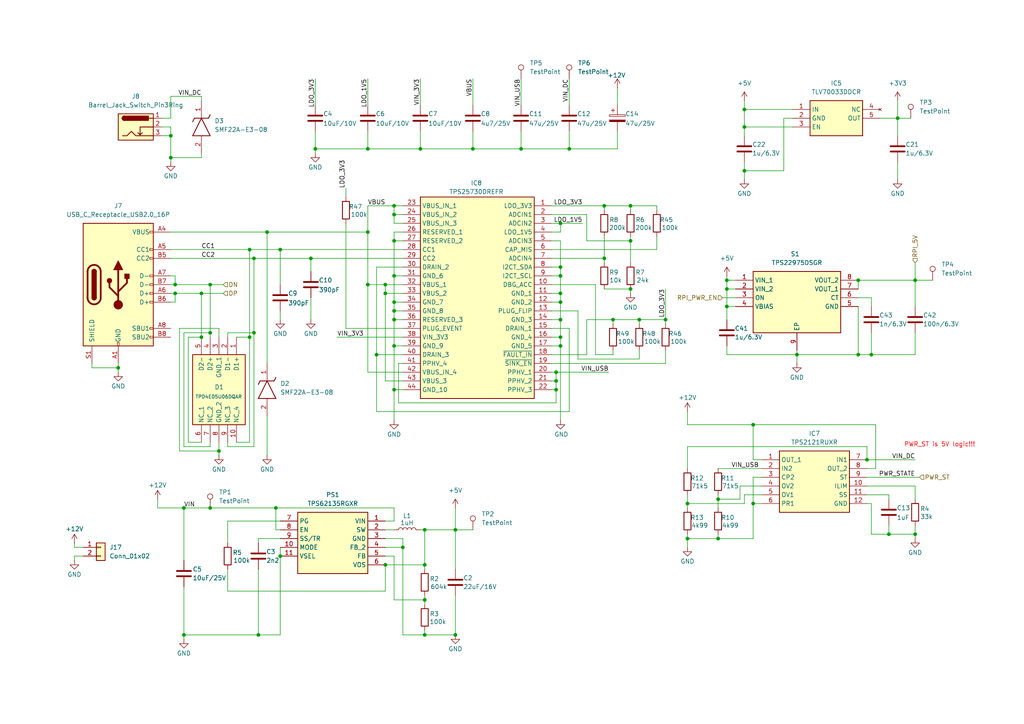
<source format=kicad_sch>
(kicad_sch (version 20250114) (generator "eeschema") (generator_version "9.0")
  (paper "A4")
  (text "PWR_ST is 5V logic!!!" (at 272.542 129.032 0) (effects (font (size 1.27 1.27))))
  (junction (at 162.56 92.71))
  (junction (at 114.3 87.63))
  (junction (at 162.56 87.63))
  (junction (at 50.8 85.09))
  (junction (at 114.3 90.17))
  (junction (at 111.76 85.09))
  (junction (at 162.56 77.47))
  (junction (at 265.43 81.28))
  (junction (at 114.3 92.71))
  (junction (at 60.96 82.55))
  (junction (at 60.96 96.52))
  (junction (at 260.35 34.29))
  (junction (at 251.46 133.35))
  (junction (at 161.29 110.49))
  (junction (at 208.28 144.78))
  (junction (at 111.76 82.55))
  (junction (at 175.26 74.93))
  (junction (at 161.29 113.03))
  (junction (at 248.92 102.87))
  (junction (at 58.42 97.79))
  (junction (at 114.3 113.03))
  (junction (at 257.81 154.94))
  (junction (at 74.93 184.15))
  (junction (at 218.44 123.19))
  (junction (at 199.39 146.05))
  (junction (at 182.88 83.82))
  (junction (at 106.68 82.55))
  (junction (at 114.3 62.23))
  (junction (at 114.3 100.33))
  (junction (at 114.3 59.69))
  (junction (at 162.56 85.09))
  (junction (at 231.14 102.87))
  (junction (at 114.3 69.85))
  (junction (at 182.88 69.85))
  (junction (at 137.16 43.18))
  (junction (at 114.3 80.01))
  (junction (at 215.9 36.83))
  (junction (at 210.82 88.9))
  (junction (at 50.8 82.55))
  (junction (at 218.44 146.05))
  (junction (at 49.53 39.37))
  (junction (at 162.56 97.79))
  (junction (at 162.56 64.77))
  (junction (at 185.42 92.71))
  (junction (at 116.84 158.75))
  (junction (at 60.96 147.32))
  (junction (at 208.28 156.21))
  (junction (at 215.9 31.75))
  (junction (at 210.82 83.82))
  (junction (at 215.9 49.53))
  (junction (at 90.17 74.93))
  (junction (at 132.08 153.67))
  (junction (at 72.39 97.79))
  (junction (at 72.39 72.39))
  (junction (at 248.92 81.28))
  (junction (at 161.29 107.95))
  (junction (at 123.19 184.15))
  (junction (at 177.8 92.71))
  (junction (at 121.92 43.18))
  (junction (at 123.19 163.83))
  (junction (at 106.68 67.31))
  (junction (at 53.34 147.32))
  (junction (at 162.56 100.33))
  (junction (at 162.56 80.01))
  (junction (at 193.04 92.71))
  (junction (at 182.88 59.69))
  (junction (at 111.76 163.83))
  (junction (at 252.73 102.87))
  (junction (at 73.66 74.93))
  (junction (at 165.1 43.18))
  (junction (at 63.5 130.81))
  (junction (at 151.13 43.18))
  (junction (at 81.28 72.39))
  (junction (at 80.01 147.32))
  (junction (at 34.29 106.68))
  (junction (at 91.44 43.18))
  (junction (at 58.42 85.09))
  (junction (at 49.53 45.72))
  (junction (at 123.19 173.99))
  (junction (at 210.82 81.28))
  (junction (at 199.39 156.21))
  (junction (at 265.43 154.94))
  (junction (at 106.68 43.18))
  (junction (at 77.47 67.31))
  (junction (at 81.28 161.29))
  (junction (at 175.26 59.69))
  (junction (at 53.34 184.15))
  (junction (at 109.22 102.87))
  (junction (at 73.66 96.52))
  (junction (at 123.19 153.67))
  (junction (at 132.08 184.15))
  (wire (pts (xy 116.84 80.01) (xy 114.3 80.01)))
  (wire (pts (xy 116.84 105.41) (xy 115.57 105.41)))
  (wire (pts (xy 254 123.19) (xy 254 135.89)))
  (wire (pts (xy 66.04 151.13) (xy 66.04 157.48)))
  (wire (pts (xy 170.18 69.85) (xy 182.88 69.85)))
  (wire (pts (xy 215.9 29.21) (xy 215.9 31.75)))
  (wire (pts (xy 199.39 156.21) (xy 199.39 154.94)))
  (wire (pts (xy 73.66 96.52) (xy 66.04 96.52)))
  (wire (pts (xy 80.01 147.32) (xy 114.3 147.32)))
  (wire (pts (xy 210.82 100.33) (xy 210.82 102.87)))
  (wire (pts (xy 175.26 83.82) (xy 182.88 83.82)))
  (wire (pts (xy 265.43 152.4) (xy 265.43 154.94)))
  (wire (pts (xy 77.47 67.31) (xy 77.47 105.41)))
  (wire (pts (xy 182.88 69.85) (xy 182.88 76.2)))
  (wire (pts (xy 46.99 36.83) (xy 49.53 36.83)))
  (wire (pts (xy 91.44 38.1) (xy 91.44 43.18)))
  (wire (pts (xy 170.18 62.23) (xy 160.02 62.23)))
  (wire (pts (xy 50.8 82.55) (xy 60.96 82.55)))
  (wire (pts (xy 179.07 38.1) (xy 179.07 43.18)))
  (wire (pts (xy 231.14 102.87) (xy 231.14 105.41)))
  (wire (pts (xy 21.59 162.56) (xy 21.59 161.29)))
  (wire (pts (xy 116.84 158.75) (xy 116.84 184.15)))
  (wire (pts (xy 26.67 105.41) (xy 26.67 106.68)))
  (wire (pts (xy 162.56 77.47) (xy 162.56 80.01)))
  (wire (pts (xy 121.92 22.86) (xy 121.92 30.48)))
  (wire (pts (xy 49.53 45.72) (xy 58.42 45.72)))
  (wire (pts (xy 175.26 59.69) (xy 182.88 59.69)))
  (wire (pts (xy 210.82 102.87) (xy 231.14 102.87)))
  (wire (pts (xy 177.8 102.87) (xy 172.72 102.87)))
  (wire (pts (xy 260.35 34.29) (xy 264.16 34.29)))
  (wire (pts (xy 190.5 60.96) (xy 190.5 59.69)))
  (wire (pts (xy 49.53 74.93) (xy 73.66 74.93)))
  (wire (pts (xy 72.39 128.27) (xy 72.39 97.79)))
  (wire (pts (xy 260.35 34.29) (xy 260.35 39.37)))
  (wire (pts (xy 179.07 25.4) (xy 179.07 30.48)))
  (wire (pts (xy 106.68 107.95) (xy 116.84 107.95)))
  (wire (pts (xy 162.56 97.79) (xy 162.56 100.33)))
  (wire (pts (xy 132.08 153.67) (xy 137.16 153.67)))
  (wire (pts (xy 114.3 87.63) (xy 114.3 90.17)))
  (wire (pts (xy 111.76 171.45) (xy 66.04 171.45)))
  (wire (pts (xy 265.43 140.97) (xy 265.43 144.78)))
  (wire (pts (xy 111.76 110.49) (xy 116.84 110.49)))
  (wire (pts (xy 177.8 101.6) (xy 177.8 102.87)))
  (wire (pts (xy 116.84 67.31) (xy 114.3 67.31)))
  (wire (pts (xy 123.19 184.15) (xy 123.19 182.88)))
  (wire (pts (xy 106.68 59.69) (xy 106.68 67.31)))
  (wire (pts (xy 215.9 31.75) (xy 229.87 31.75)))
  (wire (pts (xy 45.72 147.32) (xy 53.34 147.32)))
  (wire (pts (xy 215.9 49.53) (xy 227.33 49.53)))
  (wire (pts (xy 175.26 74.93) (xy 175.26 76.2)))
  (wire (pts (xy 162.56 69.85) (xy 160.02 69.85)))
  (wire (pts (xy 49.53 72.39) (xy 72.39 72.39)))
  (wire (pts (xy 116.84 113.03) (xy 114.3 113.03)))
  (wire (pts (xy 111.76 158.75) (xy 116.84 158.75)))
  (wire (pts (xy 21.59 157.48) (xy 21.59 158.75)))
  (wire (pts (xy 109.22 119.38) (xy 165.1 119.38)))
  (wire (pts (xy 167.64 90.17) (xy 167.64 104.14)))
  (wire (pts (xy 114.3 113.03) (xy 114.3 121.92)))
  (wire (pts (xy 214.63 144.78) (xy 214.63 140.97)))
  (wire (pts (xy 248.92 102.87) (xy 248.92 88.9)))
  (wire (pts (xy 160.02 113.03) (xy 161.29 113.03)))
  (wire (pts (xy 162.56 97.79) (xy 160.02 97.79)))
  (wire (pts (xy 81.28 151.13) (xy 66.04 151.13)))
  (wire (pts (xy 45.72 144.78) (xy 45.72 147.32)))
  (wire (pts (xy 208.28 144.78) (xy 208.28 147.32)))
  (wire (pts (xy 208.28 135.89) (xy 220.98 135.89)))
  (wire (pts (xy 218.44 133.35) (xy 218.44 123.19)))
  (wire (pts (xy 137.16 43.18) (xy 151.13 43.18)))
  (wire (pts (xy 162.56 64.77) (xy 162.56 67.31)))
  (wire (pts (xy 115.57 116.84) (xy 161.29 116.84)))
  (wire (pts (xy 248.92 83.82) (xy 248.92 81.28)))
  (wire (pts (xy 162.56 80.01) (xy 160.02 80.01)))
  (wire (pts (xy 73.66 74.93) (xy 90.17 74.93)))
  (wire (pts (xy 257.81 152.4) (xy 257.81 154.94)))
  (wire (pts (xy 132.08 172.72) (xy 132.08 184.15)))
  (wire (pts (xy 190.5 72.39) (xy 190.5 68.58)))
  (wire (pts (xy 170.18 69.85) (xy 170.18 62.23)))
  (wire (pts (xy 162.56 80.01) (xy 162.56 85.09)))
  (wire (pts (xy 179.07 43.18) (xy 165.1 43.18)))
  (wire (pts (xy 199.39 146.05) (xy 215.9 146.05)))
  (wire (pts (xy 114.3 173.99) (xy 114.3 161.29)))
  (wire (pts (xy 106.68 43.18) (xy 106.68 38.1)))
  (wire (pts (xy 165.1 22.86) (xy 165.1 30.48)))
  (wire (pts (xy 114.3 147.32) (xy 114.3 151.13)))
  (wire (pts (xy 81.28 153.67) (xy 80.01 153.67)))
  (wire (pts (xy 251.46 146.05) (xy 252.73 146.05)))
  (wire (pts (xy 132.08 153.67) (xy 132.08 165.1)))
  (wire (pts (xy 49.53 85.09) (xy 50.8 85.09)))
  (wire (pts (xy 63.5 128.27) (xy 63.5 130.81)))
  (wire (pts (xy 265.43 102.87) (xy 265.43 96.52)))
  (wire (pts (xy 251.46 140.97) (xy 265.43 140.97)))
  (wire (pts (xy 52.07 130.81) (xy 63.5 130.81)))
  (wire (pts (xy 109.22 77.47) (xy 116.84 77.47)))
  (wire (pts (xy 121.92 153.67) (xy 123.19 153.67)))
  (wire (pts (xy 106.68 82.55) (xy 111.76 82.55)))
  (wire (pts (xy 114.3 92.71) (xy 114.3 100.33)))
  (wire (pts (xy 81.28 90.17) (xy 81.28 92.71)))
  (wire (pts (xy 151.13 43.18) (xy 165.1 43.18)))
  (wire (pts (xy 111.76 85.09) (xy 111.76 110.49)))
  (wire (pts (xy 66.04 129.54) (xy 66.04 128.27)))
  (wire (pts (xy 260.35 46.99) (xy 260.35 52.07)))
  (wire (pts (xy 160.02 107.95) (xy 161.29 107.95)))
  (wire (pts (xy 123.19 184.15) (xy 132.08 184.15)))
  (wire (pts (xy 210.82 83.82) (xy 213.36 83.82)))
  (wire (pts (xy 49.53 36.83) (xy 49.53 39.37)))
  (wire (pts (xy 100.33 95.25) (xy 116.84 95.25)))
  (wire (pts (xy 80.01 153.67) (xy 80.01 147.32)))
  (wire (pts (xy 175.26 59.69) (xy 175.26 60.96)))
  (wire (pts (xy 165.1 95.25) (xy 160.02 95.25)))
  (wire (pts (xy 260.35 34.29) (xy 260.35 29.21)))
  (wire (pts (xy 21.59 161.29) (xy 24.13 161.29)))
  (wire (pts (xy 215.9 46.99) (xy 215.9 49.53)))
  (wire (pts (xy 257.81 154.94) (xy 265.43 154.94)))
  (wire (pts (xy 60.96 82.55) (xy 60.96 96.52)))
  (wire (pts (xy 252.73 154.94) (xy 257.81 154.94)))
  (wire (pts (xy 123.19 153.67) (xy 132.08 153.67)))
  (wire (pts (xy 50.8 85.09) (xy 58.42 85.09)))
  (wire (pts (xy 77.47 120.65) (xy 77.47 132.08)))
  (wire (pts (xy 114.3 62.23) (xy 116.84 62.23)))
  (wire (pts (xy 182.88 59.69) (xy 182.88 60.96)))
  (wire (pts (xy 46.99 34.29) (xy 49.53 34.29)))
  (wire (pts (xy 116.84 100.33) (xy 114.3 100.33)))
  (wire (pts (xy 106.68 43.18) (xy 121.92 43.18)))
  (wire (pts (xy 49.53 34.29) (xy 49.53 27.94)))
  (wire (pts (xy 74.93 157.48) (xy 74.93 156.21)))
  (wire (pts (xy 91.44 22.86) (xy 91.44 30.48)))
  (wire (pts (xy 209.55 86.36) (xy 213.36 86.36)))
  (wire (pts (xy 111.76 156.21) (xy 116.84 156.21)))
  (wire (pts (xy 172.72 102.87) (xy 172.72 82.55)))
  (wire (pts (xy 49.53 39.37) (xy 49.53 45.72)))
  (wire (pts (xy 162.56 100.33) (xy 160.02 100.33)))
  (wire (pts (xy 199.39 129.54) (xy 199.39 135.89)))
  (wire (pts (xy 46.99 39.37) (xy 49.53 39.37)))
  (wire (pts (xy 170.18 102.87) (xy 170.18 92.71)))
  (wire (pts (xy 114.3 59.69) (xy 114.3 62.23)))
  (wire (pts (xy 106.68 82.55) (xy 106.68 107.95)))
  (wire (pts (xy 175.26 68.58) (xy 175.26 74.93)))
  (wire (pts (xy 58.42 44.45) (xy 58.42 45.72)))
  (wire (pts (xy 210.82 88.9) (xy 210.82 83.82)))
  (wire (pts (xy 111.76 163.83) (xy 111.76 171.45)))
  (wire (pts (xy 215.9 39.37) (xy 215.9 36.83)))
  (wire (pts (xy 73.66 96.52) (xy 73.66 129.54)))
  (wire (pts (xy 168.91 64.77) (xy 162.56 64.77)))
  (wire (pts (xy 81.28 158.75) (xy 81.28 161.29)))
  (wire (pts (xy 165.1 95.25) (xy 165.1 119.38)))
  (wire (pts (xy 160.02 90.17) (xy 167.64 90.17)))
  (wire (pts (xy 114.3 62.23) (xy 114.3 64.77)))
  (wire (pts (xy 111.76 85.09) (xy 116.84 85.09)))
  (wire (pts (xy 90.17 86.36) (xy 90.17 92.71)))
  (wire (pts (xy 151.13 43.18) (xy 151.13 38.1)))
  (wire (pts (xy 60.96 82.55) (xy 64.77 82.55)))
  (wire (pts (xy 199.39 119.38) (xy 199.39 123.19)))
  (wire (pts (xy 58.42 97.79) (xy 54.61 97.79)))
  (wire (pts (xy 160.02 59.69) (xy 175.26 59.69)))
  (wire (pts (xy 162.56 85.09) (xy 162.56 87.63)))
  (wire (pts (xy 208.28 156.21) (xy 208.28 154.94)))
  (wire (pts (xy 193.04 83.82) (xy 193.04 92.71)))
  (wire (pts (xy 68.58 128.27) (xy 72.39 128.27)))
  (wire (pts (xy 199.39 156.21) (xy 208.28 156.21)))
  (wire (pts (xy 199.39 123.19) (xy 218.44 123.19)))
  (wire (pts (xy 26.67 106.68) (xy 34.29 106.68)))
  (wire (pts (xy 63.5 95.25) (xy 52.07 95.25)))
  (wire (pts (xy 137.16 38.1) (xy 137.16 43.18)))
  (wire (pts (xy 151.13 22.86) (xy 151.13 30.48)))
  (wire (pts (xy 50.8 80.01) (xy 50.8 82.55)))
  (wire (pts (xy 182.88 85.09) (xy 182.88 83.82)))
  (wire (pts (xy 251.46 133.35) (xy 265.43 133.35)))
  (wire (pts (xy 265.43 81.28) (xy 270.51 81.28)))
  (wire (pts (xy 177.8 93.98) (xy 177.8 92.71)))
  (wire (pts (xy 227.33 34.29) (xy 229.87 34.29)))
  (wire (pts (xy 115.57 105.41) (xy 115.57 116.84)))
  (wire (pts (xy 231.14 102.87) (xy 248.92 102.87)))
  (wire (pts (xy 210.82 80.01) (xy 210.82 81.28)))
  (wire (pts (xy 77.47 67.31) (xy 106.68 67.31)))
  (wire (pts (xy 210.82 81.28) (xy 213.36 81.28)))
  (wire (pts (xy 66.04 96.52) (xy 66.04 97.79)))
  (wire (pts (xy 58.42 85.09) (xy 64.77 85.09)))
  (wire (pts (xy 137.16 22.86) (xy 137.16 30.48)))
  (wire (pts (xy 210.82 88.9) (xy 210.82 92.71)))
  (wire (pts (xy 218.44 156.21) (xy 218.44 146.05)))
  (wire (pts (xy 162.56 92.71) (xy 160.02 92.71)))
  (wire (pts (xy 60.96 96.52) (xy 60.96 97.79)))
  (wire (pts (xy 97.79 97.79) (xy 116.84 97.79)))
  (wire (pts (xy 162.56 77.47) (xy 160.02 77.47)))
  (wire (pts (xy 160.02 110.49) (xy 161.29 110.49)))
  (wire (pts (xy 58.42 85.09) (xy 58.42 97.79)))
  (wire (pts (xy 248.92 86.36) (xy 252.73 86.36)))
  (wire (pts (xy 116.84 156.21) (xy 116.84 158.75)))
  (wire (pts (xy 60.96 129.54) (xy 53.34 129.54)))
  (wire (pts (xy 220.98 143.51) (xy 215.9 143.51)))
  (wire (pts (xy 123.19 173.99) (xy 123.19 175.26)))
  (wire (pts (xy 100.33 64.77) (xy 100.33 95.25)))
  (wire (pts (xy 111.76 82.55) (xy 111.76 85.09)))
  (wire (pts (xy 52.07 95.25) (xy 52.07 130.81)))
  (wire (pts (xy 49.53 80.01) (xy 50.8 80.01)))
  (wire (pts (xy 121.92 43.18) (xy 121.92 38.1)))
  (wire (pts (xy 251.46 133.35) (xy 251.46 129.54)))
  (wire (pts (xy 72.39 72.39) (xy 72.39 97.79)))
  (wire (pts (xy 53.34 162.56) (xy 53.34 147.32)))
  (wire (pts (xy 190.5 59.69) (xy 182.88 59.69)))
  (wire (pts (xy 172.72 82.55) (xy 160.02 82.55)))
  (wire (pts (xy 162.56 67.31) (xy 160.02 67.31)))
  (wire (pts (xy 106.68 67.31) (xy 106.68 82.55)))
  (wire (pts (xy 215.9 36.83) (xy 229.87 36.83)))
  (wire (pts (xy 111.76 82.55) (xy 116.84 82.55)))
  (wire (pts (xy 252.73 146.05) (xy 252.73 154.94)))
  (wire (pts (xy 215.9 36.83) (xy 215.9 31.75)))
  (wire (pts (xy 161.29 116.84) (xy 161.29 113.03)))
  (wire (pts (xy 248.92 81.28) (xy 265.43 81.28)))
  (wire (pts (xy 49.53 45.72) (xy 49.53 46.99)))
  (wire (pts (xy 231.14 102.87) (xy 231.14 101.6)))
  (wire (pts (xy 160.02 102.87) (xy 170.18 102.87)))
  (wire (pts (xy 251.46 143.51) (xy 257.81 143.51)))
  (wire (pts (xy 170.18 92.71) (xy 177.8 92.71)))
  (wire (pts (xy 114.3 90.17) (xy 114.3 92.71)))
  (wire (pts (xy 252.73 102.87) (xy 265.43 102.87)))
  (wire (pts (xy 100.33 54.61) (xy 100.33 57.15)))
  (wire (pts (xy 73.66 74.93) (xy 73.66 96.52)))
  (wire (pts (xy 123.19 153.67) (xy 123.19 163.83)))
  (wire (pts (xy 49.53 27.94) (xy 58.42 27.94)))
  (wire (pts (xy 90.17 74.93) (xy 116.84 74.93)))
  (wire (pts (xy 123.19 172.72) (xy 123.19 173.99)))
  (wire (pts (xy 116.84 59.69) (xy 114.3 59.69)))
  (wire (pts (xy 116.84 102.87) (xy 109.22 102.87)))
  (wire (pts (xy 109.22 102.87) (xy 109.22 119.38)))
  (wire (pts (xy 114.3 161.29) (xy 111.76 161.29)))
  (wire (pts (xy 220.98 133.35) (xy 218.44 133.35)))
  (wire (pts (xy 116.84 69.85) (xy 114.3 69.85)))
  (wire (pts (xy 91.44 43.18) (xy 91.44 44.45)))
  (wire (pts (xy 53.34 185.42) (xy 53.34 184.15)))
  (wire (pts (xy 50.8 87.63) (xy 49.53 87.63)))
  (wire (pts (xy 227.33 49.53) (xy 227.33 34.29)))
  (wire (pts (xy 185.42 92.71) (xy 193.04 92.71)))
  (wire (pts (xy 220.98 138.43) (xy 218.44 138.43)))
  (wire (pts (xy 248.92 102.87) (xy 252.73 102.87)))
  (wire (pts (xy 160.02 72.39) (xy 190.5 72.39)))
  (wire (pts (xy 34.29 106.68) (xy 34.29 107.95)))
  (wire (pts (xy 210.82 88.9) (xy 213.36 88.9)))
  (wire (pts (xy 265.43 81.28) (xy 265.43 76.2)))
  (wire (pts (xy 34.29 105.41) (xy 34.29 106.68)))
  (wire (pts (xy 162.56 69.85) (xy 162.56 77.47)))
  (wire (pts (xy 63.5 97.79) (xy 63.5 95.25)))
  (wire (pts (xy 199.39 146.05) (xy 199.39 147.32)))
  (wire (pts (xy 114.3 80.01) (xy 114.3 87.63)))
  (wire (pts (xy 257.81 143.51) (xy 257.81 144.78)))
  (wire (pts (xy 60.96 147.32) (xy 80.01 147.32)))
  (wire (pts (xy 255.27 34.29) (xy 260.35 34.29)))
  (wire (pts (xy 252.73 86.36) (xy 252.73 88.9)))
  (wire (pts (xy 251.46 129.54) (xy 199.39 129.54)))
  (wire (pts (xy 114.3 59.69) (xy 106.68 59.69)))
  (wire (pts (xy 162.56 92.71) (xy 162.56 97.79)))
  (wire (pts (xy 66.04 171.45) (xy 66.04 165.1)))
  (wire (pts (xy 208.28 143.51) (xy 208.28 144.78)))
  (wire (pts (xy 137.16 43.18) (xy 121.92 43.18)))
  (wire (pts (xy 116.84 92.71) (xy 114.3 92.71)))
  (wire (pts (xy 265.43 81.28) (xy 265.43 88.9)))
  (wire (pts (xy 53.34 129.54) (xy 53.34 96.52)))
  (wire (pts (xy 193.04 105.41) (xy 193.04 101.6)))
  (wire (pts (xy 208.28 156.21) (xy 218.44 156.21)))
  (wire (pts (xy 161.29 107.95) (xy 161.29 110.49)))
  (wire (pts (xy 161.29 110.49) (xy 161.29 113.03)))
  (wire (pts (xy 162.56 100.33) (xy 162.56 121.92)))
  (wire (pts (xy 106.68 22.86) (xy 106.68 30.48)))
  (wire (pts (xy 114.3 173.99) (xy 123.19 173.99)))
  (wire (pts (xy 114.3 67.31) (xy 114.3 69.85)))
  (wire (pts (xy 210.82 83.82) (xy 210.82 81.28)))
  (wire (pts (xy 60.96 128.27) (xy 60.96 129.54)))
  (wire (pts (xy 54.61 128.27) (xy 58.42 128.27)))
  (wire (pts (xy 199.39 143.51) (xy 199.39 146.05)))
  (wire (pts (xy 165.1 43.18) (xy 165.1 38.1)))
  (wire (pts (xy 218.44 123.19) (xy 254 123.19)))
  (wire (pts (xy 254 135.89) (xy 251.46 135.89)))
  (wire (pts (xy 90.17 74.93) (xy 90.17 78.74)))
  (wire (pts (xy 177.8 92.71) (xy 185.42 92.71)))
  (wire (pts (xy 265.43 154.94) (xy 265.43 156.21)))
  (wire (pts (xy 114.3 151.13) (xy 111.76 151.13)))
  (wire (pts (xy 218.44 146.05) (xy 220.98 146.05)))
  (wire (pts (xy 160.02 105.41) (xy 193.04 105.41)))
  (wire (pts (xy 114.3 69.85) (xy 114.3 80.01)))
  (wire (pts (xy 182.88 68.58) (xy 182.88 69.85)))
  (wire (pts (xy 63.5 130.81) (xy 63.5 132.08)))
  (wire (pts (xy 116.84 87.63) (xy 114.3 87.63)))
  (wire (pts (xy 74.93 156.21) (xy 81.28 156.21)))
  (wire (pts (xy 109.22 102.87) (xy 109.22 77.47)))
  (wire (pts (xy 72.39 72.39) (xy 81.28 72.39)))
  (wire (pts (xy 53.34 147.32) (xy 60.96 147.32)))
  (wire (pts (xy 214.63 140.97) (xy 220.98 140.97)))
  (wire (pts (xy 116.84 90.17) (xy 114.3 90.17)))
  (wire (pts (xy 123.19 163.83) (xy 123.19 165.1)))
  (wire (pts (xy 162.56 87.63) (xy 162.56 92.71)))
  (wire (pts (xy 53.34 170.18) (xy 53.34 184.15)))
  (wire (pts (xy 252.73 96.52) (xy 252.73 102.87)))
  (wire (pts (xy 185.42 104.14) (xy 185.42 101.6)))
  (wire (pts (xy 199.39 156.21) (xy 199.39 158.75)))
  (wire (pts (xy 215.9 49.53) (xy 215.9 52.07)))
  (wire (pts (xy 54.61 97.79) (xy 54.61 128.27)))
  (wire (pts (xy 81.28 72.39) (xy 116.84 72.39)))
  (wire (pts (xy 72.39 97.79) (xy 68.58 97.79)))
  (wire (pts (xy 193.04 92.71) (xy 193.04 93.98)))
  (wire (pts (xy 53.34 96.52) (xy 60.96 96.52)))
  (wire (pts (xy 114.3 100.33) (xy 114.3 113.03)))
  (wire (pts (xy 81.28 72.39) (xy 81.28 82.55)))
  (wire (pts (xy 73.66 129.54) (xy 66.04 129.54)))
  (wire (pts (xy 116.84 184.15) (xy 123.19 184.15)))
  (wire (pts (xy 50.8 82.55) (xy 49.53 82.55)))
  (wire (pts (xy 114.3 153.67) (xy 111.76 153.67)))
  (wire (pts (xy 49.53 67.31) (xy 77.47 67.31)))
  (wire (pts (xy 162.56 87.63) (xy 160.02 87.63)))
  (wire (pts (xy 208.28 144.78) (xy 214.63 144.78)))
  (wire (pts (xy 50.8 85.09) (xy 50.8 87.63)))
  (wire (pts (xy 116.84 64.77) (xy 114.3 64.77)))
  (wire (pts (xy 160.02 85.09) (xy 162.56 85.09)))
  (wire (pts (xy 74.93 165.1) (xy 74.93 184.15)))
  (wire (pts (xy 251.46 138.43) (xy 266.7 138.43)))
  (wire (pts (xy 58.42 29.21) (xy 58.42 27.94)))
  (wire (pts (xy 161.29 107.95) (xy 176.53 107.95)))
  (wire (pts (xy 167.64 104.14) (xy 185.42 104.14)))
  (wire (pts (xy 185.42 93.98) (xy 185.42 92.71)))
  (wire (pts (xy 21.59 158.75) (xy 24.13 158.75)))
  (wire (pts (xy 160.02 74.93) (xy 175.26 74.93)))
  (wire (pts (xy 74.93 184.15) (xy 81.28 184.15)))
  (wire (pts (xy 123.19 163.83) (xy 111.76 163.83)))
  (wire (pts (xy 132.08 147.32) (xy 132.08 153.67)))
  (wire (pts (xy 53.34 184.15) (xy 74.93 184.15)))
  (wire (pts (xy 218.44 138.43) (xy 218.44 146.05)))
  (wire (pts (xy 162.56 64.77) (xy 160.02 64.77)))
  (wire (pts (xy 81.28 161.29) (xy 81.28 184.15)))
  (wire (pts (xy 215.9 143.51) (xy 215.9 146.05)))
  (wire (pts (xy 91.44 43.18) (xy 106.68 43.18)))
  (label "LDO_3V3" (at 91.44 22.86 270))
  (label "CC1" (at 58.42 72.39 0))
  (label "VIN" (at 53.34 147.32 0))
  (label "VBUS" (at 106.68 59.69 0))
  (label "VIN_DC" (at 58.42 27.94 180))
  (label "LDO_3V3" (at 168.91 59.69 180))
  (label "VIN_USB" (at 151.13 22.86 270))
  (label "VIN_DC" (at 165.1 22.86 270))
  (label "LDO_3V3" (at 100.33 54.61 90))
  (label "LDO_1V5" (at 168.91 64.77 180))
  (label "PWR_STATE" (at 265.43 138.43 180))
  (label "VIN_3V3" (at 97.79 97.79 0))
  (label "VIN_USB" (at 176.53 107.95 180))
  (label "VIN_DC" (at 265.43 133.35 180))
  (label "LDO_3V3" (at 193.04 83.82 270))
  (label "CC2" (at 58.42 74.93 0))
  (label "VIN_USB" (at 212.09 135.89 0))
  (label "VBUS" (at 137.16 22.86 270))
  (label "LDO_1V5" (at 106.68 22.86 270))
  (label "VIN_3V3" (at 121.92 22.86 270))
  (hierarchical_label "RPI_PWR_EN" (shape input) (at 209.55 86.36 180))
  (hierarchical_label "DP" (shape input) (at 64.77 85.09 0))
  (hierarchical_label "PWR_ST" (shape input) (at 266.7 138.43 0))
  (hierarchical_label "RPI_5V" (shape input) (at 265.43 76.2 90))
  (hierarchical_label "DN" (shape input) (at 64.77 82.55 0))
  (symbol (lib_id "Device:R") (at 199.39 151.13 180) (unit 1)
    (property "Reference" "R13" (at 202.184 150.114 0))
    (property "Value" "4k99" (at 202.946 152.4 0))
    (property "Footprint" "Resistor_SMD:R_0402_1005Metric" (effects (hide yes)))
    (property "Description" "Resistor" (effects (hide yes)))
  )
  (symbol (lib_id "power:+5V") (at 215.9 29.21 0) (mirror y) (unit 1)
    (property "Reference" "#PWR028" (effects (hide yes)))
    (property "Value" "+5V" (at 215.9 24.13 0))
    (property "Description" "Power symbol creates a global label with name \"+5V\"" (effects (hide yes)))
  )
  (symbol (lib_id "power:+5V") (at 210.82 80.01 0) (mirror y) (unit 1)
    (property "Reference" "#PWR054" (effects (hide yes)))
    (property "Value" "+5V" (at 210.82 74.93 0))
    (property "Description" "Power symbol creates a global label with name \"+5V\"" (effects (hide yes)))
  )
  (symbol (lib_id "Device:L") (at 118.11 153.67 90) (unit 1)
    (property "Reference" "L1" (at 116.84 149.606 90) (effects (justify right)))
    (property "Value" "1uH" (at 116.078 151.638 90) (effects (justify right)))
    (property "Footprint" "Inductor_SMD:L_Coilcraft_XAL4020-XXX" (effects (hide yes)))
    (property "Description" "Inductor" (effects (hide yes)))
  )
  (symbol (lib_id "power:GND") (at 265.43 156.21 0) (unit 1)
    (property "Reference" "#PWR07" (effects (hide yes)))
    (property "Value" "GND" (at 265.43 160.274 0))
    (property "Description" "Power symbol creates a global label with name \"GND\" , ground" (effects (hide yes)))
  )
  (symbol (lib_id "SamacSys_Parts:SMF22A-E3-08") (at 58.42 29.21 270) (unit 1)
    (property "Reference" "D3" (at 62.23 35.0519 90) (effects (justify left)))
    (property "Value" "SMF22A-E3-08" (at 62.23 37.5919 90) (effects (justify left)))
    (property "Footprint" "SODFL3718X108N" (effects (hide yes)))
    (property "Datasheet" "http://www.vishay.com/docs/85881/smf5v0atosmf58a.pdf" (effects (hide yes)))
    (property "Description" "ESD Suppressor TVS 22V 2-Pin SMF T/R" (effects (hide yes)))
    (property "Height" "1.08" (effects (hide yes)))
    (property "Mouser Part Number" "78-SMF22A-E3-08" (effects (hide yes)))
    (property "Mouser Price/Stock" "https://www.mouser.co.uk/ProductDetail/Vishay-Semiconductors/SMF22A-E3-08?qs=EyVtPm1F4ik2L4eggsFOfg%3D%3D" (effects (hide yes)))
    (property "Manufacturer_Name" "Vishay" (effects (hide yes)))
    (property "Manufacturer_Part_Number" "SMF22A-E3-08" (effects (hide yes)))
  )
  (symbol (lib_id "Device:C") (at 165.1 34.29 0) (unit 1)
    (property "Reference" "C12" (at 167.386 33.02 0) (effects (justify left)))
    (property "Value" "47u/25V" (at 167.386 35.814 0) (effects (justify left)))
    (property "Footprint" "Capacitor_SMD:C_1206_3216Metric" (effects (hide yes)))
    (property "Description" "Unpolarized capacitor" (effects (hide yes)))
  )
  (symbol (lib_id "power:GND") (at 77.47 132.08 0) (unit 1)
    (property "Reference" "#PWR019" (effects (hide yes)))
    (property "Value" "GND" (at 77.47 136.144 0))
    (property "Description" "Power symbol creates a global label with name \"GND\" , ground" (effects (hide yes)))
  )
  (symbol (lib_id "SamacSys_Parts:SMF22A-E3-08") (at 77.47 105.41 270) (unit 1)
    (property "Reference" "D2" (at 81.28 111.2519 90) (effects (justify left)))
    (property "Value" "SMF22A-E3-08" (at 81.28 113.7919 90) (effects (justify left)))
    (property "Footprint" "SODFL3718X108N" (effects (hide yes)))
    (property "Datasheet" "http://www.vishay.com/docs/85881/smf5v0atosmf58a.pdf" (effects (hide yes)))
    (property "Description" "ESD Suppressor TVS 22V 2-Pin SMF T/R" (effects (hide yes)))
    (property "Height" "1.08" (effects (hide yes)))
    (property "Mouser Part Number" "78-SMF22A-E3-08" (effects (hide yes)))
    (property "Mouser Price/Stock" "https://www.mouser.co.uk/ProductDetail/Vishay-Semiconductors/SMF22A-E3-08?qs=EyVtPm1F4ik2L4eggsFOfg%3D%3D" (effects (hide yes)))
    (property "Manufacturer_Name" "Vishay" (effects (hide yes)))
    (property "Manufacturer_Part_Number" "SMF22A-E3-08" (effects (hide yes)))
  )
  (symbol (lib_id "power:GND") (at 199.39 158.75 0) (unit 1)
    (property "Reference" "#PWR021" (effects (hide yes)))
    (property "Value" "GND" (at 199.39 162.814 0))
    (property "Description" "Power symbol creates a global label with name \"GND\" , ground" (effects (hide yes)))
  )
  (symbol (lib_id "Connector:TestPoint") (at 270.51 81.28 0) (unit 1)
    (property "Reference" "TP4" (at 273.05 76.7079 0) (effects (justify left)))
    (property "Value" "TestPoint" (at 273.05 79.2479 0) (effects (justify left)))
    (property "Footprint" "TestPoint:TestPoint_Pad_D1.5mm" (effects (hide yes)))
    (property "Description" "test point" (effects (hide yes)))
  )
  (symbol (lib_id "Device:C") (at 90.17 82.55 0) (unit 1)
    (property "Reference" "C10" (at 92.456 81.28 0) (effects (justify left)))
    (property "Value" "390pF" (at 92.456 84.074 0) (effects (justify left)))
    (property "Footprint" "Capacitor_SMD:C_0402_1005Metric" (effects (hide yes)))
    (property "Description" "Unpolarized capacitor" (effects (hide yes)))
  )
  (symbol (lib_id "power:GND") (at 91.44 44.45 0) (unit 1)
    (property "Reference" "#PWR015" (effects (hide yes)))
    (property "Value" "GND" (at 91.44 48.514 0))
    (property "Description" "Power symbol creates a global label with name \"GND\" , ground" (effects (hide yes)))
  )
  (symbol (lib_id "Device:C") (at 121.92 34.29 0) (unit 1)
    (property "Reference" "C7" (at 124.206 33.02 0) (effects (justify left)))
    (property "Value" "10uF/10V" (at 124.206 35.814 0) (effects (justify left)))
    (property "Footprint" "Capacitor_SMD:C_0402_1005Metric" (effects (hide yes)))
    (property "Description" "Unpolarized capacitor" (effects (hide yes)))
  )
  (symbol (lib_id "Device:C_Polarized") (at 179.07 34.29 0) (unit 1)
    (property "Reference" "C14" (at 181.356 33.02 0) (effects (justify left)))
    (property "Value" "47u/25V" (at 181.356 35.814 0) (effects (justify left)))
    (property "Footprint" "Capacitor_Tantalum_SMD:CP_EIA-7343-15_Kemet-W" (effects (hide yes)))
    (property "Description" "Polarized capacitor" (effects (hide yes)))
  )
  (symbol (lib_id "Device:R") (at 182.88 80.01 180) (unit 1)
    (property "Reference" "R7" (at 185.674 78.994 0))
    (property "Value" "24k" (at 186.436 81.28 0))
    (property "Footprint" "Resistor_SMD:R_0402_1005Metric" (effects (hide yes)))
    (property "Description" "Resistor" (effects (hide yes)))
  )
  (symbol (lib_id "Connector:TestPoint") (at 60.96 147.32 0) (unit 1)
    (property "Reference" "TP1" (at 63.5 142.7479 0) (effects (justify left)))
    (property "Value" "TestPoint" (at 63.5 145.2879 0) (effects (justify left)))
    (property "Footprint" "TestPoint:TestPoint_Pad_D1.5mm" (effects (hide yes)))
    (property "Description" "test point" (effects (hide yes)))
  )
  (symbol (lib_id "Device:C") (at 132.08 168.91 0) (unit 1)
    (property "Reference" "C2" (at 134.366 167.64 0) (effects (justify left)))
    (property "Value" "22uF/16V" (at 134.366 170.18 0) (effects (justify left)))
    (property "Footprint" "Capacitor_SMD:C_0805_2012Metric" (effects (hide yes)))
    (property "Description" "Unpolarized capacitor" (effects (hide yes)))
  )
  (symbol (lib_id "Device:C") (at 265.43 92.71 0) (unit 1)
    (property "Reference" "C42" (at 267.716 91.44 0) (effects (justify left)))
    (property "Value" "100n/6.3V" (at 267.716 93.98 0) (effects (justify left)))
    (property "Footprint" "Capacitor_SMD:C_0402_1005Metric" (effects (hide yes)))
    (property "Description" "Unpolarized capacitor" (effects (hide yes)))
  )
  (symbol (lib_id "Device:R") (at 185.42 97.79 180) (unit 1)
    (property "Reference" "R48" (at 188.214 96.774 0))
    (property "Value" "100k" (at 189.23 99.06 0))
    (property "Footprint" "Resistor_SMD:R_0402_1005Metric" (effects (hide yes)))
    (property "Description" "Resistor" (effects (hide yes)))
  )
  (symbol (lib_id "power:GND") (at 21.59 162.56 0) (mirror y) (unit 1)
    (property "Reference" "#PWR083" (effects (hide yes)))
    (property "Value" "GND" (at 21.59 166.624 0))
    (property "Description" "Power symbol creates a global label with name \"GND\" , ground" (effects (hide yes)))
  )
  (symbol (lib_id "power:GND") (at 49.53 46.99 0) (mirror y) (unit 1)
    (property "Reference" "#PWR013" (effects (hide yes)))
    (property "Value" "GND" (at 49.53 51.054 0))
    (property "Description" "Power symbol creates a global label with name \"GND\" , ground" (effects (hide yes)))
  )
  (symbol (lib_id "power:GND") (at 53.34 185.42 0) (mirror y) (unit 1)
    (property "Reference" "#PWR08" (effects (hide yes)))
    (property "Value" "GND" (at 53.34 189.484 0))
    (property "Description" "Power symbol creates a global label with name \"GND\" , ground" (effects (hide yes)))
  )
  (symbol (lib_id "power:GND") (at 81.28 92.71 0) (unit 1)
    (property "Reference" "#PWR016" (effects (hide yes)))
    (property "Value" "GND" (at 81.28 96.774 0))
    (property "Description" "Power symbol creates a global label with name \"GND\" , ground" (effects (hide yes)))
  )
  (symbol (lib_id "Connector:USB_C_Receptacle_USB2.0_16P") (at 34.29 82.55 0) (unit 1)
    (property "Reference" "J7" (at 34.29 59.69 0))
    (property "Value" "USB_C_Receptacle_USB2.0_16P" (at 34.29 62.23 0))
    (property "Footprint" "Connector_USB:USB_C_Receptacle_HCTL_HC-TYPE-C-16P-01A" (effects (hide yes)))
    (property "Datasheet" "https://www.usb.org/sites/default/files/documents/usb_type-c.zip" (effects (hide yes)))
    (property "Description" "USB 2.0-only 16P Type-C Receptacle connector" (effects (hide yes)))
  )
  (symbol (lib_id "SamacSys_Parts:TPS62135RGXR") (at 111.76 151.13 0) (mirror y) (unit 1)
    (property "Reference" "PS1" (at 96.52 143.51 0))
    (property "Value" "TPS62135RGXR" (at 96.52 146.05 0))
    (property "Footprint" "TPS621361RGXT" (effects (hide yes)))
    (property "Datasheet" "http://www.ti.com/lit/gpn/tps62135" (effects (hide yes)))
    (property "Description" "3-17V 4.0A Synchronous Step-Down Converter with Eco-Mode or Forced PWM Option" (effects (hide yes)))
    (property "Height" "1" (effects (hide yes)))
    (property "Mouser Part Number" "595-TPS62135RGXR" (effects (hide yes)))
    (property "Mouser Price/Stock" "https://www.mouser.co.uk/ProductDetail/Texas-Instruments/TPS62135RGXR?qs=SMCV84mnLhml66koX6gNVA%3D%3D" (effects (hide yes)))
    (property "Manufacturer_Name" "Texas Instruments" (effects (hide yes)))
    (property "Manufacturer_Part_Number" "TPS62135RGXR" (effects (hide yes)))
  )
  (symbol (lib_id "Connector:TestPoint") (at 165.1 22.86 0) (unit 1)
    (property "Reference" "TP6" (at 167.64 18.2879 0) (effects (justify left)))
    (property "Value" "TestPoint" (at 167.64 20.8279 0) (effects (justify left)))
    (property "Footprint" "TestPoint:TestPoint_Pad_D1.5mm" (effects (hide yes)))
    (property "Description" "test point" (effects (hide yes)))
  )
  (symbol (lib_id "Device:R") (at 177.8 97.79 180) (unit 1)
    (property "Reference" "R49" (at 180.594 96.774 0))
    (property "Value" "100k" (at 181.61 99.06 0))
    (property "Footprint" "Resistor_SMD:R_0402_1005Metric" (effects (hide yes)))
    (property "Description" "Resistor" (effects (hide yes)))
  )
  (symbol (lib_id "SamacSys_Parts:TPS2121RUXR") (at 220.98 133.35 0) (unit 1)
    (property "Reference" "IC7" (at 236.22 125.73 0))
    (property "Value" "TPS2121RUXR" (at 236.22 128.27 0))
    (property "Footprint" "TPS2121RUXR" (effects (hide yes)))
    (property "Datasheet" "https://www.ti.com/lit/gpn/TPS2121" (effects (hide yes)))
    (property "Description" "2.7-22V, 56m, 4.5A, Priority Power MUX with Seamless Switchover" (effects (hide yes)))
    (property "Height" "1" (effects (hide yes)))
    (property "Mouser Part Number" "595-TPS2121RUXR" (effects (hide yes)))
    (property "Mouser Price/Stock" "https://www.mouser.co.uk/ProductDetail/Texas-Instruments/TPS2121RUXR?qs=qSfuJ%252Bfl%2Fd7dCYiVnUfngQ%3D%3D" (effects (hide yes)))
    (property "Manufacturer_Name" "Texas Instruments" (effects (hide yes)))
    (property "Manufacturer_Part_Number" "TPS2121RUXR" (effects (hide yes)))
  )
  (symbol (lib_id "Device:C") (at 53.34 166.37 0) (unit 1)
    (property "Reference" "C5" (at 55.88 165.1 0) (effects (justify left)))
    (property "Value" "10uF/25V" (at 55.88 167.64 0) (effects (justify left)))
    (property "Footprint" "Capacitor_SMD:C_0603_1608Metric" (effects (hide yes)))
    (property "Description" "Unpolarized capacitor" (effects (hide yes)))
  )
  (symbol (lib_id "Connector:Barrel_Jack_Switch_Pin3Ring") (at 39.37 36.83 0) (unit 1)
    (property "Reference" "J8" (at 39.37 27.94 0))
    (property "Value" "Barrel_Jack_Switch_Pin3Ring" (at 39.37 30.48 0))
    (property "Footprint" "Connector_BarrelJack:BarrelJack_GCT_DCJ200-10-A_Horizontal" (effects (hide yes)))
    (property "Description" "DC Barrel Jack with an internal switch" (effects (hide yes)))
  )
  (symbol (lib_id "Device:R") (at 208.28 139.7 180) (unit 1)
    (property "Reference" "R11" (at 211.074 138.684 0))
    (property "Value" "71k5" (at 211.836 140.97 0))
    (property "Footprint" "Resistor_SMD:R_0402_1005Metric" (effects (hide yes)))
    (property "Description" "Resistor" (effects (hide yes)))
  )
  (symbol (lib_id "Connector:TestPoint") (at 264.16 34.29 0) (unit 1)
    (property "Reference" "TP3" (at 266.7 29.7179 0) (effects (justify left)))
    (property "Value" "TestPoint" (at 266.7 32.2579 0) (effects (justify left)))
    (property "Footprint" "TestPoint:TestPoint_Pad_D1.5mm" (effects (hide yes)))
    (property "Description" "test point" (effects (hide yes)))
  )
  (symbol (lib_id "Device:R") (at 66.04 161.29 180) (unit 1)
    (property "Reference" "R5" (at 68.834 160.274 0))
    (property "Value" "100k" (at 70.104 162.56 0))
    (property "Footprint" "Resistor_SMD:R_0402_1005Metric" (effects (hide yes)))
    (property "Description" "Resistor" (effects (hide yes)))
  )
  (symbol (lib_id "Device:C") (at 252.73 92.71 0) (unit 1)
    (property "Reference" "C43" (at 255.016 91.44 0) (effects (justify left)))
    (property "Value" "1n/6.3V" (at 255.016 93.98 0) (effects (justify left)))
    (property "Footprint" "Capacitor_SMD:C_0402_1005Metric" (effects (hide yes)))
    (property "Description" "Unpolarized capacitor" (effects (hide yes)))
  )
  (symbol (lib_id "Device:R") (at 123.19 168.91 180) (unit 1)
    (property "Reference" "R2" (at 125.984 167.894 0))
    (property "Value" "604k" (at 127.254 170.18 0))
    (property "Footprint" "Resistor_SMD:R_0402_1005Metric" (effects (hide yes)))
    (property "Description" "Resistor" (effects (hide yes)))
  )
  (symbol (lib_id "power:GND") (at 162.56 121.92 0) (unit 1)
    (property "Reference" "#PWR010" (effects (hide yes)))
    (property "Value" "GND" (at 162.814 125.984 0))
    (property "Description" "Power symbol creates a global label with name \"GND\" , ground" (effects (hide yes)))
  )
  (symbol (lib_id "power:+3V3") (at 260.35 29.21 0) (unit 1)
    (property "Reference" "#PWR02" (effects (hide yes)))
    (property "Value" "+3V3" (at 260.35 24.13 0))
    (property "Description" "Power symbol creates a global label with name \"+3V3\"" (effects (hide yes)))
  )
  (symbol (lib_id "Device:C") (at 91.44 34.29 0) (unit 1)
    (property "Reference" "C4" (at 93.726 33.02 0) (effects (justify left)))
    (property "Value" "10uF/10V" (at 93.726 35.814 0) (effects (justify left)))
    (property "Footprint" "Capacitor_SMD:C_0402_1005Metric" (effects (hide yes)))
    (property "Description" "Unpolarized capacitor" (effects (hide yes)))
  )
  (symbol (lib_id "power:+12V") (at 21.59 157.48 0) (unit 1)
    (property "Reference" "#PWR052" (effects (hide yes)))
    (property "Value" "+12V" (at 21.59 153.416 0))
    (property "Description" "Power symbol creates a global label with name \"+12V\"" (effects (hide yes)))
  )
  (symbol (lib_id "power:GND") (at 231.14 105.41 0) (unit 1)
    (property "Reference" "#PWR055" (effects (hide yes)))
    (property "Value" "GND" (at 231.14 109.474 0))
    (property "Description" "Power symbol creates a global label with name \"GND\" , ground" (effects (hide yes)))
  )
  (symbol (lib_id "SamacSys_Parts:TLV70033DDCR") (at 229.87 31.75 0) (unit 1)
    (property "Reference" "IC5" (at 242.57 24.13 0))
    (property "Value" "TLV70033DDCR" (at 242.57 26.67 0))
    (property "Footprint" "SOT95P280X110-5N" (effects (hide yes)))
    (property "Datasheet" "http://www.ti.com/lit/ds/symlink/tlv700.pdf" (effects (hide yes)))
    (property "Description" "TEXAS INSTRUMENTS - TLV70033DDCR - Fixed LDO Voltage Regulator, 2 V to 5.5 V, 175 mV Dropout, 3.3 V / 200 mA out, TSOT-5" (effects (hide yes)))
    (property "Height" "1.1" (effects (hide yes)))
    (property "Mouser Part Number" "595-TLV70033DDCR" (effects (hide yes)))
    (property "Mouser Price/Stock" "https://www.mouser.co.uk/ProductDetail/Texas-Instruments/TLV70033DDCR?qs=6805eV47Hha77qdNTJxdRQ%3D%3D" (effects (hide yes)))
    (property "Manufacturer_Name" "Texas Instruments" (effects (hide yes)))
    (property "Manufacturer_Part_Number" "TLV70033DDCR" (effects (hide yes)))
  )
  (symbol (lib_id "Device:R") (at 175.26 64.77 180) (unit 1)
    (property "Reference" "R8" (at 178.054 63.754 0))
    (property "Value" "200k" (at 179.07 66.04 0))
    (property "Footprint" "Resistor_SMD:R_0402_1005Metric" (effects (hide yes)))
    (property "Description" "Resistor" (effects (hide yes)))
  )
  (symbol (lib_id "Device:R") (at 193.04 97.79 180) (unit 1)
    (property "Reference" "R46" (at 195.834 96.774 0))
    (property "Value" "100k" (at 196.85 99.06 0))
    (property "Footprint" "Resistor_SMD:R_0402_1005Metric" (effects (hide yes)))
    (property "Description" "Resistor" (effects (hide yes)))
  )
  (symbol (lib_id "power:GND") (at 63.5 132.08 0) (unit 1)
    (property "Reference" "#PWR018" (effects (hide yes)))
    (property "Value" "GND" (at 63.5 136.144 0))
    (property "Description" "Power symbol creates a global label with name \"GND\" , ground" (effects (hide yes)))
  )
  (symbol (lib_id "Device:R") (at 208.28 151.13 180) (unit 1)
    (property "Reference" "R10" (at 211.074 150.114 0))
    (property "Value" "4k99" (at 211.836 152.4 0))
    (property "Footprint" "Resistor_SMD:R_0402_1005Metric" (effects (hide yes)))
    (property "Description" "Resistor" (effects (hide yes)))
  )
  (symbol (lib_id "Connector:TestPoint") (at 137.16 153.67 0) (unit 1)
    (property "Reference" "TP2" (at 139.7 149.0979 0) (effects (justify left)))
    (property "Value" "TestPoint" (at 139.7 151.6379 0) (effects (justify left)))
    (property "Footprint" "TestPoint:TestPoint_Pad_D1.5mm" (effects (hide yes)))
    (property "Description" "test point" (effects (hide yes)))
  )
  (symbol (lib_id "Device:R") (at 182.88 64.77 180) (unit 1)
    (property "Reference" "R6" (at 185.674 63.754 0))
    (property "Value" "200k" (at 186.69 66.04 0))
    (property "Footprint" "Resistor_SMD:R_0402_1005Metric" (effects (hide yes)))
    (property "Description" "Resistor" (effects (hide yes)))
  )
  (symbol (lib_id "Device:C") (at 74.93 161.29 0) (unit 1)
    (property "Reference" "C3" (at 77.216 160.02 0) (effects (justify left)))
    (property "Value" "2n2" (at 77.216 162.56 0) (effects (justify left)))
    (property "Footprint" "Capacitor_SMD:C_0402_1005Metric" (effects (hide yes)))
    (property "Description" "Unpolarized capacitor" (effects (hide yes)))
  )
  (symbol (lib_id "Device:C") (at 81.28 86.36 0) (unit 1)
    (property "Reference" "C9" (at 83.566 85.09 0) (effects (justify left)))
    (property "Value" "390pF" (at 83.566 87.884 0) (effects (justify left)))
    (property "Footprint" "Capacitor_SMD:C_0402_1005Metric" (effects (hide yes)))
    (property "Description" "Unpolarized capacitor" (effects (hide yes)))
  )
  (symbol (lib_id "Device:C") (at 151.13 34.29 0) (unit 1)
    (property "Reference" "C11" (at 153.416 33.02 0) (effects (justify left)))
    (property "Value" "47u/25V" (at 153.416 35.814 0) (effects (justify left)))
    (property "Footprint" "Capacitor_SMD:C_1206_3216Metric" (effects (hide yes)))
    (property "Description" "Unpolarized capacitor" (effects (hide yes)))
  )
  (symbol (lib_id "Connector:TestPoint") (at 151.13 22.86 0) (unit 1)
    (property "Reference" "TP5" (at 153.67 18.2879 0) (effects (justify left)))
    (property "Value" "TestPoint" (at 153.67 20.8279 0) (effects (justify left)))
    (property "Footprint" "TestPoint:TestPoint_Pad_D1.5mm" (effects (hide yes)))
    (property "Description" "test point" (effects (hide yes)))
  )
  (symbol (lib_id "power:GND") (at 132.08 184.15 0) (mirror y) (unit 1)
    (property "Reference" "#PWR011" (effects (hide yes)))
    (property "Value" "GND" (at 132.08 188.214 0))
    (property "Description" "Power symbol creates a global label with name \"GND\" , ground" (effects (hide yes)))
  )
  (symbol (lib_id "power:GND") (at 34.29 107.95 0) (mirror y) (unit 1)
    (property "Reference" "#PWR09" (effects (hide yes)))
    (property "Value" "GND" (at 34.29 112.014 0))
    (property "Description" "Power symbol creates a global label with name \"GND\" , ground" (effects (hide yes)))
  )
  (symbol (lib_id "Device:C") (at 106.68 34.29 0) (unit 1)
    (property "Reference" "C6" (at 108.966 33.02 0) (effects (justify left)))
    (property "Value" "10uF/10V" (at 108.966 35.814 0) (effects (justify left)))
    (property "Footprint" "Capacitor_SMD:C_0402_1005Metric" (effects (hide yes)))
    (property "Description" "Unpolarized capacitor" (effects (hide yes)))
  )
  (symbol (lib_id "Device:R") (at 199.39 139.7 180) (unit 1)
    (property "Reference" "R12" (at 202.184 138.684 0))
    (property "Value" "71k5" (at 202.946 140.97 0))
    (property "Footprint" "Resistor_SMD:R_0402_1005Metric" (effects (hide yes)))
    (property "Description" "Resistor" (effects (hide yes)))
  )
  (symbol (lib_id "Device:R") (at 190.5 64.77 180) (unit 1)
    (property "Reference" "R45" (at 193.294 63.754 0))
    (property "Value" "100k" (at 194.31 66.04 0))
    (property "Footprint" "Resistor_SMD:R_0402_1005Metric" (effects (hide yes)))
    (property "Description" "Resistor" (effects (hide yes)))
  )
  (symbol (lib_id "power:+12V") (at 179.07 25.4 0) (unit 1)
    (property "Reference" "#PWR04" (effects (hide yes)))
    (property "Value" "+12V" (at 178.816 21.844 0))
    (property "Description" "Power symbol creates a global label with name \"+12V\"" (effects (hide yes)))
  )
  (symbol (lib_id "power:+5V") (at 132.08 147.32 0) (mirror y) (unit 1)
    (property "Reference" "#PWR06" (effects (hide yes)))
    (property "Value" "+5V" (at 132.08 142.24 0))
    (property "Description" "Power symbol creates a global label with name \"+5V\"" (effects (hide yes)))
  )
  (symbol (lib_id "power:GND") (at 90.17 92.71 0) (unit 1)
    (property "Reference" "#PWR017" (effects (hide yes)))
    (property "Value" "GND" (at 90.17 96.774 0))
    (property "Description" "Power symbol creates a global label with name \"GND\" , ground" (effects (hide yes)))
  )
  (symbol (lib_id "power:+12V") (at 45.72 144.78 0) (unit 1)
    (property "Reference" "#PWR051" (effects (hide yes)))
    (property "Value" "+12V" (at 45.72 140.716 0))
    (property "Description" "Power symbol creates a global label with name \"+12V\"" (effects (hide yes)))
  )
  (symbol (lib_id "power:GND") (at 215.9 52.07 0) (unit 1)
    (property "Reference" "#PWR027" (effects (hide yes)))
    (property "Value" "GND" (at 215.9 56.134 0))
    (property "Description" "Power symbol creates a global label with name \"GND\" , ground" (effects (hide yes)))
  )
  (symbol (lib_id "Device:C") (at 137.16 34.29 0) (unit 1)
    (property "Reference" "C8" (at 139.446 33.02 0) (effects (justify left)))
    (property "Value" "4u7/25V" (at 139.446 35.814 0) (effects (justify left)))
    (property "Footprint" "Capacitor_SMD:C_0603_1608Metric" (effects (hide yes)))
    (property "Description" "Unpolarized capacitor" (effects (hide yes)))
  )
  (symbol (lib_id "Device:R") (at 100.33 60.96 180) (unit 1)
    (property "Reference" "R47" (at 103.124 59.944 0))
    (property "Value" "100k" (at 104.14 62.23 0))
    (property "Footprint" "Resistor_SMD:R_0402_1005Metric" (effects (hide yes)))
    (property "Description" "Resistor" (effects (hide yes)))
  )
  (symbol (lib_id "power:GND") (at 260.35 52.07 0) (unit 1)
    (property "Reference" "#PWR026" (effects (hide yes)))
    (property "Value" "GND" (at 260.35 56.134 0))
    (property "Description" "Power symbol creates a global label with name \"GND\" , ground" (effects (hide yes)))
  )
  (symbol (lib_id "Device:C") (at 257.81 148.59 0) (unit 1)
    (property "Reference" "C13" (at 260.096 147.32 0) (effects (justify left)))
    (property "Value" "1uF" (at 260.096 150.114 0) (effects (justify left)))
    (property "Footprint" "Capacitor_SMD:C_0402_1005Metric" (effects (hide yes)))
    (property "Description" "Unpolarized capacitor" (effects (hide yes)))
  )
  (symbol (lib_id "power:+12V") (at 199.39 119.38 0) (unit 1)
    (property "Reference" "#PWR03" (effects (hide yes)))
    (property "Value" "+12V" (at 199.39 115.316 0))
    (property "Description" "Power symbol creates a global label with name \"+12V\"" (effects (hide yes)))
  )
  (symbol (lib_id "power:GND") (at 182.88 85.09 0) (unit 1)
    (property "Reference" "#PWR014" (effects (hide yes)))
    (property "Value" "GND" (at 182.88 89.154 0))
    (property "Description" "Power symbol creates a global label with name \"GND\" , ground" (effects (hide yes)))
  )
  (symbol (lib_id "Device:C") (at 260.35 43.18 0) (unit 1)
    (property "Reference" "C21" (at 262.636 41.91 0) (effects (justify left)))
    (property "Value" "1u/6.3V" (at 262.636 44.45 0) (effects (justify left)))
    (property "Footprint" "Capacitor_SMD:C_0402_1005Metric" (effects (hide yes)))
    (property "Description" "Unpolarized capacitor" (effects (hide yes)))
  )
  (symbol (lib_id "SamacSys_Parts:TPD4E05U06DQAR") (at 68.58 97.79 270) (unit 1)
    (property "Reference" "D1" (at 62.23 112.268 90) (effects (justify left)))
    (property "Value" "TPD4E05U06DQAR" (at 56.642 115.062 90) (effects (font (size 1 1)) (justify left)))
    (property "Footprint" "SamacSys_Parts.pretty:DQA_R-PUSON-N10_" (effects (hide yes)))
    (property "Datasheet" "http://www.ti.com/lit/gpn/tpd4e05u06" (effects (hide yes)))
    (property "Description" "4-Channel Ultra-Low-Capacitance IEC ESD Protection Diode" (effects (hide yes)))
    (property "Mouser Part Number" "595-TPD4E05U06DQAR" (effects (hide yes)))
    (property "Mouser Price/Stock" "https://www.mouser.co.uk/ProductDetail/Texas-Instruments/TPD4E05U06DQAR?qs=%2FCrDlo5IrVPi4woOvWz0qA%3D%3D" (effects (hide yes)))
    (property "Manufacturer_Name" "Texas Instruments" (effects (hide yes)))
    (property "Manufacturer_Part_Number" "TPD4E05U06DQAR" (effects (hide yes)))
  )
  (symbol (lib_id "SamacSys_Parts:TPS22975DSGR") (at 213.36 81.28 0) (unit 1)
    (property "Reference" "S1" (at 230.632 73.66 0))
    (property "Value" "TPS22975DSGR" (at 231.14 76.2 0))
    (property "Footprint" "SON50P200X200X80-9N" (effects (hide yes)))
    (property "Datasheet" "http://www.ti.com/lit/gpn/tps22975" (effects (hide yes)))
    (property "Description" "5.7V, 6A, 16m Load Switch with Adjustable Rise Time & Optional QOD for Cost-Conscious Applications" (effects (hide yes)))
    (property "Height" "0.8" (effects (hide yes)))
    (property "Mouser Part Number" "595-TPS22975DSGR" (effects (hide yes)))
    (property "Mouser Price/Stock" "https://www.mouser.co.uk/ProductDetail/Texas-Instruments/TPS22975DSGR?qs=zEmsApcVOkXVZ0HZtWdfyQ%3D%3D" (effects (hide yes)))
    (property "Manufacturer_Name" "Texas Instruments" (effects (hide yes)))
    (property "Manufacturer_Part_Number" "TPS22975DSGR" (effects (hide yes)))
  )
  (symbol (lib_id "Device:C") (at 215.9 43.18 0) (unit 1)
    (property "Reference" "C22" (at 218.186 41.91 0) (effects (justify left)))
    (property "Value" "1u/6.3V" (at 218.186 44.45 0) (effects (justify left)))
    (property "Footprint" "Capacitor_SMD:C_0402_1005Metric" (effects (hide yes)))
    (property "Description" "Unpolarized capacitor" (effects (hide yes)))
  )
  (symbol (lib_id "Device:R") (at 123.19 179.07 180) (unit 1)
    (property "Reference" "R3" (at 125.984 178.054 0))
    (property "Value" "100k" (at 127 180.34 0))
    (property "Footprint" "Resistor_SMD:R_0402_1005Metric" (effects (hide yes)))
    (property "Description" "Resistor" (effects (hide yes)))
  )
  (symbol (lib_id "Device:C") (at 210.82 96.52 0) (unit 1)
    (property "Reference" "C41" (at 213.106 95.25 0) (effects (justify left)))
    (property "Value" "1u/6.3V" (at 213.106 97.79 0) (effects (justify left)))
    (property "Footprint" "Capacitor_SMD:C_0402_1005Metric" (effects (hide yes)))
    (property "Description" "Unpolarized capacitor" (effects (hide yes)))
  )
  (symbol (lib_id "Connector_Generic:Conn_01x02") (at 29.21 158.75 0) (unit 1)
    (property "Reference" "J17" (at 31.75 158.7499 0) (effects (justify left)))
    (property "Value" "Conn_01x02" (at 31.75 161.2899 0) (effects (justify left)))
    (property "Footprint" "Connector_JST:JST_PH_B2B-PH-K_1x02_P2.00mm_Vertical" (effects (hide yes)))
    (property "Description" "Generic connector, single row, 01x02, script generated (kicad-library-utils/schlib/autogen/connector/)" (effects (hide yes)))
  )
  (symbol (lib_id "power:GND") (at 114.3 121.92 0) (unit 1)
    (property "Reference" "#PWR012" (effects (hide yes)))
    (property "Value" "GND" (at 114.3 125.984 0))
    (property "Description" "Power symbol creates a global label with name \"GND\" , ground" (effects (hide yes)))
  )
  (symbol (lib_id "Device:R") (at 175.26 80.01 180) (unit 1)
    (property "Reference" "R9" (at 178.054 78.994 0))
    (property "Value" "10k" (at 178.562 81.28 0))
    (property "Footprint" "Resistor_SMD:R_0402_1005Metric" (effects (hide yes)))
    (property "Description" "Resistor" (effects (hide yes)))
  )
  (symbol (lib_id "Device:R") (at 265.43 148.59 180) (unit 1)
    (property "Reference" "R4" (at 268.224 147.574 0))
    (property "Value" "33k" (at 268.732 149.86 0))
    (property "Footprint" "Resistor_SMD:R_0402_1005Metric" (effects (hide yes)))
    (property "Description" "Resistor" (effects (hide yes)))
  )
  (symbol (lib_id "SamacSys_Parts:TPS25730DREFR") (at 160.02 59.69 0) (mirror y) (unit 1)
    (property "Reference" "IC8" (at 138.176 53.086 0))
    (property "Value" "TPS25730DREFR" (at 138.176 55.626 0))
    (property "Footprint" "TPS25730DREFR" (effects (hide yes)))
    (property "Datasheet" "https://www.ti.com/lit/ds/symlink/tps25730.pdf?ts=1707773923998&ref_url=https%253A%252F%252Fwww.mouser.at%252F" (effects (hide yes)))
    (property "Description" "USB Interface IC TPS25730DREFR SARUMAN BG MCM" (effects (hide yes)))
    (property "Height" "0.8" (effects (hide yes)))
    (property "Mouser Part Number" "595-TPS25730DREFR" (effects (hide yes)))
    (property "Mouser Price/Stock" "https://www.mouser.co.uk/ProductDetail/Texas-Instruments/TPS25730DREFR?qs=Z%252BL2brAPG1IvmkUK7DRnBA%3D%3D" (effects (hide yes)))
    (property "Manufacturer_Name" "Texas Instruments" (effects (hide yes)))
    (property "Manufacturer_Part_Number" "TPS25730DREFR" (effects (hide yes)))
  )
)
</source>
